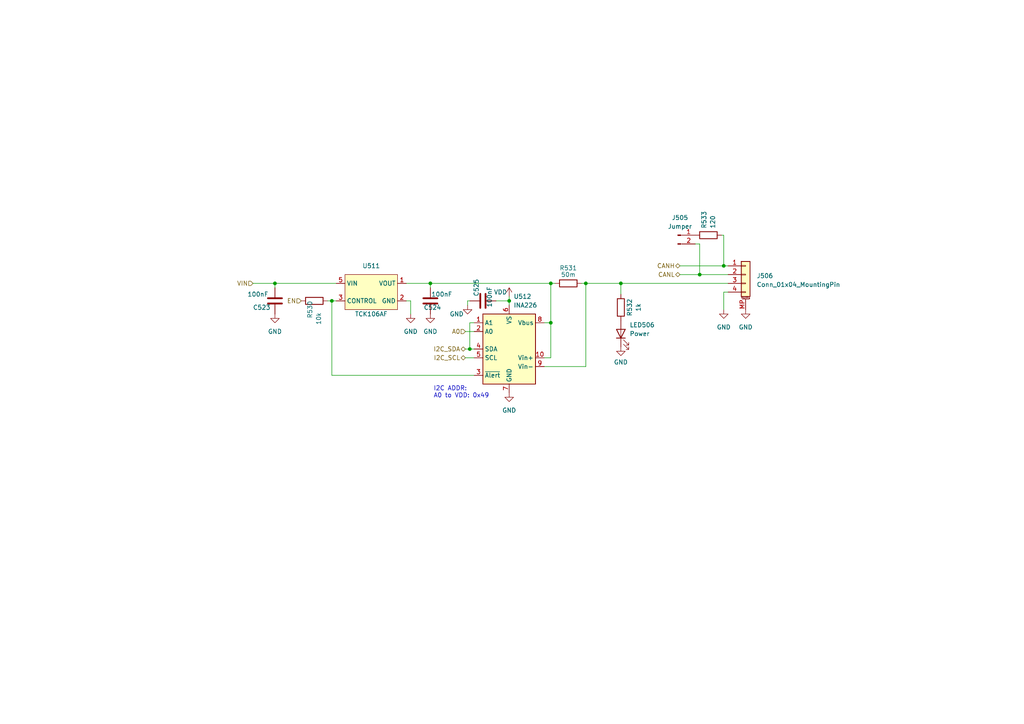
<source format=kicad_sch>
(kicad_sch (version 20231120) (generator "eeschema") (generator_version "8.0")
  (paper "A4")
  (lib_symbols
    (symbol "Connector:Conn_01x02_Pin" (pin_names (offset 1.016) hide)
      (property "Reference" "J" (at 0 2.54 0))
      (property "Value" "Conn_01x02_Pin" (at 0 -5.08 0))
      (symbol "Conn_01x02_Pin_1_1"
        (polyline (pts (xy 1.27 -2.54) (xy 0.8636 -2.54)) (stroke (width 0.1524)))
        (polyline (pts (xy 1.27 0) (xy 0.8636 0)) (stroke (width 0.1524)))
        (rectangle (start 0.8636 -2.413) (end 0 -2.667) (stroke (width 0.1524)) (fill (type outline)))
        (rectangle (start 0.8636 0.127) (end 0 -0.127) (stroke (width 0.1524)) (fill (type outline)))
        (pin passive line (at 5.08 0 180) (length 3.81) (name "Pin_1") (number "1"))
        (pin passive line (at 5.08 -2.54 180) (length 3.81) (name "Pin_2") (number "2"))
      )
    )
    (symbol "Connector_Generic_MountingPin:Conn_01x04_MountingPin" (pin_names (offset 1.016) hide)
      (property "Reference" "J" (at 0 5.08 0))
      (property "Value" "Conn_01x04_MountingPin" (at 1.27 -7.62 0))
      (symbol "Conn_01x04_MountingPin_1_1"
        (rectangle (start -1.27 -4.953) (end 0 -5.207) (stroke (width 0.1524)))
        (rectangle (start -1.27 -2.413) (end 0 -2.667) (stroke (width 0.1524)))
        (rectangle (start -1.27 0.127) (end 0 -0.127) (stroke (width 0.1524)))
        (rectangle (start -1.27 2.667) (end 0 2.413) (stroke (width 0.1524)))
        (rectangle (start -1.27 3.81) (end 1.27 -6.35) (stroke (width 0.254)) (fill (type background)))
        (polyline (pts (xy -1.016 -7.112) (xy 1.016 -7.112)) (stroke (width 0.1524)))
        (text "Mounting" (at 0 -6.731 0) (effects (font (size 0.381 0.381))))
        (pin passive line (at -5.08 2.54 0) (length 3.81) (name "Pin_1") (number "1"))
        (pin passive line (at -5.08 0 0) (length 3.81) (name "Pin_2") (number "2"))
        (pin passive line (at -5.08 -2.54 0) (length 3.81) (name "Pin_3") (number "3"))
        (pin passive line (at -5.08 -5.08 0) (length 3.81) (name "Pin_4") (number "4"))
        (pin passive line (at 0 -10.16 90) (length 3.048) (name "MountPin") (number "MP"))
      )
    )
    (symbol "Device:C" (pin_numbers hide) (pin_names (offset 0.254))
      (property "Reference" "C" (at 0.635 2.54 0))
      (property "Value" "C" (at 0.635 -2.54 0))
      (symbol "C_0_1"
        (polyline (pts (xy -2.032 -0.762) (xy 2.032 -0.762)) (stroke (width 0.508)))
        (polyline (pts (xy -2.032 0.762) (xy 2.032 0.762)) (stroke (width 0.508)))
      )
      (symbol "C_1_1"
        (pin passive line (at 0 3.81 270) (length 2.794) (name "~") (number "1"))
        (pin passive line (at 0 -3.81 90) (length 2.794) (name "~") (number "2"))
      )
    )
    (symbol "Device:LED" (pin_numbers hide) (pin_names (offset 1.016) hide)
      (property "Reference" "D" (at 0 2.54 0))
      (property "Value" "LED" (at 0 -2.54 0))
      (symbol "LED_0_1"
        (polyline (pts (xy -1.27 -1.27) (xy -1.27 1.27)) (stroke (width 0.254)))
        (polyline (pts (xy -1.27 0) (xy 1.27 0)))
        (polyline (pts (xy 1.27 -1.27) (xy 1.27 1.27) (xy -1.27 0) (xy 1.27 -1.27)) (stroke (width 0.254)))
        (polyline (pts (xy -3.048 -0.762) (xy -4.572 -2.286) (xy -3.81 -2.286) (xy -4.572 -2.286) (xy -4.572 -1.524)))
        (polyline (pts (xy -1.778 -0.762) (xy -3.302 -2.286) (xy -2.54 -2.286) (xy -3.302 -2.286) (xy -3.302 -1.524)))
      )
      (symbol "LED_1_1"
        (pin passive line (at -3.81 0 0) (length 2.54) (name "K") (number "1"))
        (pin passive line (at 3.81 0 180) (length 2.54) (name "A") (number "2"))
      )
    )
    (symbol "Device:R" (pin_numbers hide) (pin_names (offset 0))
      (property "Reference" "R" (at 2.032 0 90))
      (property "Value" "R" (at 0 0 90))
      (symbol "R_0_1"
        (rectangle (start -1.016 -2.54) (end 1.016 2.54) (stroke (width 0.254)))
      )
      (symbol "R_1_1"
        (pin passive line (at 0 3.81 270) (length 1.27) (name "~") (number "1"))
        (pin passive line (at 0 -3.81 90) (length 1.27) (name "~") (number "2"))
      )
    )
    (symbol "Sensor_Energy:INA226"
      (property "Reference" "U" (at -6.35 11.43 0))
      (property "Value" "INA226" (at 3.81 11.43 0))
      (symbol "INA226_0_1"
        (rectangle (start 7.62 10.16) (end -7.62 -10.16) (stroke (width 0.254)) (fill (type background)))
      )
      (symbol "INA226_1_1"
        (pin input line (at 10.16 7.62 180) (length 2.54) (name "A1") (number "1"))
        (pin input line (at -10.16 -2.54 0) (length 2.54) (name "Vin+") (number "10"))
        (pin input line (at 10.16 5.08 180) (length 2.54) (name "A0") (number "2"))
        (pin open_collector line (at 10.16 -7.62 180) (length 2.54) (name "~{Alert}") (number "3"))
        (pin bidirectional line (at 10.16 0 180) (length 2.54) (name "SDA") (number "4"))
        (pin input line (at 10.16 -2.54 180) (length 2.54) (name "SCL") (number "5"))
        (pin power_in line (at 0 12.7 270) (length 2.54) (name "VS") (number "6"))
        (pin power_in line (at 0 -12.7 90) (length 2.54) (name "GND") (number "7"))
        (pin input line (at -10.16 7.62 0) (length 2.54) (name "Vbus") (number "8"))
        (pin input line (at -10.16 -5.08 0) (length 2.54) (name "Vin-") (number "9"))
      )
    )
    (symbol "WOBCLibrary:TCK106AF"
      (property "Reference" "U" (at 0 6.35 0))
      (symbol "TCK106AF_1_1"
        (rectangle (start -7.62 5.08) (end 7.62 -5.08) (fill (type background)))
        (pin power_out line (at 10.16 2.54 180) (length 2.54) (name "VOUT") (number "1"))
        (pin power_in line (at 10.16 -2.54 180) (length 2.54) (name "GND") (number "2"))
        (pin input line (at -10.16 -2.54 0) (length 2.54) (name "CONTROL") (number "3"))
        (pin power_in line (at 0 -5.08 180) (length 2.54) hide (name "NC") (number "4"))
        (pin power_in line (at -10.16 2.54 0) (length 2.54) (name "VIN") (number "5"))
      )
    )
    (symbol "power:GND" (power) (pin_names (offset 0))
      (property "Value" "GND" (at 0 -3.81 0))
      (symbol "GND_0_1"
        (polyline (pts (xy 0 0) (xy 0 -1.27) (xy 1.27 -1.27) (xy 0 -2.54) (xy -1.27 -1.27) (xy 0 -1.27)))
      )
      (symbol "GND_1_1"
        (pin power_in line (at 0 0 270) (length 0) hide (name "GND") (number "1"))
      )
    )
    (symbol "power:VDD" (power) (pin_names (offset 0))
      (property "Value" "VDD" (at 0 3.81 0))
      (symbol "VDD_0_1"
        (polyline (pts (xy -0.762 1.27) (xy 0 2.54)))
        (polyline (pts (xy 0 0) (xy 0 2.54)))
        (polyline (pts (xy 0 2.54) (xy 0.762 1.27)))
      )
      (symbol "VDD_1_1"
        (pin power_in line (at 0 0 90) (length 0) hide (name "VDD") (number "1"))
      )
    )
  )
  (junction (at 124.8264 82.1887))
  (junction (at 202.9314 79.6487))
  (junction (at 159.7514 93.6187))
  (junction (at 136.2564 101.2387))
  (junction (at 180.0714 82.1887))
  (junction (at 96.2514 87.2687))
  (junction (at 159.7514 82.1887))
  (junction (at 147.6864 87.2687))
  (junction (at 79.7414 82.1887))
  (junction (at 209.9164 77.1087))
  (junction (at 169.9114 82.1887))
  (wire (pts (xy 159.7514 93.6187) (xy 159.7514 103.7787)))
  (wire (pts (xy 124.8264 82.1887) (xy 124.8264 83.4587)))
  (wire (pts (xy 96.2514 87.2687) (xy 97.5214 87.2687)))
  (wire (pts (xy 94.9814 87.2687) (xy 96.2514 87.2687)))
  (wire (pts (xy 96.2514 108.8587) (xy 96.2514 87.2687)))
  (wire (pts (xy 197.2164 77.1087) (xy 209.9164 77.1087)))
  (wire (pts (xy 202.9314 70.7587) (xy 202.9314 79.6487)))
  (wire (pts (xy 147.6864 85.9987) (xy 147.6864 87.2687)))
  (wire (pts (xy 157.8464 103.7787) (xy 159.7514 103.7787)))
  (wire (pts (xy 119.1114 87.2687) (xy 117.8414 87.2687)))
  (wire (pts (xy 143.8764 87.2687) (xy 147.6864 87.2687)))
  (wire (pts (xy 73.3914 82.1887) (xy 79.7414 82.1887)))
  (wire (pts (xy 180.0714 82.1887) (xy 180.0714 85.3637)))
  (wire (pts (xy 209.9164 84.7287) (xy 209.9164 89.8087)))
  (wire (pts (xy 201.6614 70.7587) (xy 202.9314 70.7587)))
  (wire (pts (xy 117.8414 82.1887) (xy 124.8264 82.1887)))
  (wire (pts (xy 197.2164 79.6487) (xy 202.9314 79.6487)))
  (wire (pts (xy 169.9114 82.1887) (xy 180.0714 82.1887)))
  (wire (pts (xy 211.1864 84.7287) (xy 209.9164 84.7287)))
  (wire (pts (xy 180.0714 82.1887) (xy 211.1864 82.1887)))
  (wire (pts (xy 209.2814 68.2187) (xy 209.9164 68.2187)))
  (wire (pts (xy 134.9864 101.2387) (xy 136.2564 101.2387)))
  (wire (pts (xy 168.6414 82.1887) (xy 169.9114 82.1887)))
  (wire (pts (xy 134.9864 103.7787) (xy 137.5264 103.7787)))
  (wire (pts (xy 159.7514 82.1887) (xy 159.7514 93.6187)))
  (wire (pts (xy 169.9114 82.1887) (xy 169.9114 106.3187)))
  (wire (pts (xy 147.6864 87.2687) (xy 147.6864 88.5387)))
  (wire (pts (xy 137.5264 108.8587) (xy 96.2514 108.8587)))
  (wire (pts (xy 209.9164 68.2187) (xy 209.9164 77.1087)))
  (wire (pts (xy 79.7414 82.1887) (xy 79.7414 83.4587)))
  (wire (pts (xy 134.9864 96.1587) (xy 137.5264 96.1587)))
  (wire (pts (xy 157.8464 93.6187) (xy 159.7514 93.6187)))
  (wire (pts (xy 119.1114 91.0787) (xy 119.1114 87.2687)))
  (wire (pts (xy 124.8264 82.1887) (xy 159.7514 82.1887)))
  (wire (pts (xy 202.9314 79.6487) (xy 211.1864 79.6487)))
  (wire (pts (xy 137.5264 93.6187) (xy 136.2564 93.6187)))
  (wire (pts (xy 159.7514 82.1887) (xy 161.0214 82.1887)))
  (wire (pts (xy 135.6214 87.2687) (xy 135.6214 88.5387)))
  (wire (pts (xy 136.2564 93.6187) (xy 136.2564 101.2387)))
  (wire (pts (xy 157.8464 106.3187) (xy 169.9114 106.3187)))
  (wire (pts (xy 136.2564 101.2387) (xy 137.5264 101.2387)))
  (wire (pts (xy 135.6214 87.2687) (xy 136.2564 87.2687)))
  (wire (pts (xy 209.9164 77.1087) (xy 211.1864 77.1087)))
  (wire (pts (xy 79.7414 82.1887) (xy 97.5214 82.1887)))
  (text "I2C ADDR: \nA0 to VDD: 0x49\n" (at 125.73 115.57 0) (effects (font (size 1.27 1.27)) (justify left bottom)))
  (hierarchical_label "EN" (shape input) (at 87.3614 87.2687 180))
  (hierarchical_label "I2C_SDA" (shape bidirectional) (at 134.9864 101.2387 180))
  (hierarchical_label "VIN" (shape input) (at 73.3914 82.1887 180))
  (hierarchical_label "I2C_SCL" (shape bidirectional) (at 134.9864 103.7787 180))
  (hierarchical_label "CANH" (shape bidirectional) (at 197.2164 77.1087 180))
  (hierarchical_label "CANL" (shape bidirectional) (at 197.2164 79.6487 180))
  (hierarchical_label "A0" (shape input) (at 134.9864 96.1587 180))
  (symbol (lib_id "power:GND") (at 124.8264 91.0787 0) (unit 1)
    (property "Reference" "#PWR0568" (effects (hide yes)))
    (property "Value" "GND" (at 124.8264 96.1587 0))
    (instances (project "MissionBus" (path "" (reference "#PWR0568") (unit 1))) (project "MissionBus" (path "" (reference "#PWR02403") (unit 1))))
  )
  (symbol (lib_id "Device:LED") (at 180.0714 96.7937 90) (unit 1)
    (property "Reference" "LED506" (at 182.6114 94.2537 90) (effects (justify right)))
    (property "Value" "Power" (at 182.6114 96.7937 90) (effects (justify right)))
    (property "Footprint" "LED_SMD:LED_0805_2012Metric" (effects (hide yes)))
    (property "LCSC" "C2297" (effects (hide yes)))
    (instances (project "MissionBus" (path "" (reference "LED506") (unit 1))) (project "MissionBus" (path "" (reference "LED2401") (unit 1))))
  )
  (symbol (lib_id "power:GND") (at 209.9164 89.8087 0) (unit 1)
    (property "Reference" "#PWR0573" (effects (hide yes)))
    (property "Value" "GND" (at 209.9164 94.8887 0))
    (instances (project "MissionBus" (path "" (reference "#PWR0573") (unit 1))) (project "MissionBus" (path "" (reference "#PWR02408") (unit 1))))
  )
  (symbol (lib_id "Device:R") (at 205.4714 68.2187 90) (unit 1)
    (property "Reference" "R533" (at 204.2014 66.3137 0) (effects (justify left)))
    (property "Value" "120" (at 206.7414 66.3137 0) (effects (justify left)))
    (property "Footprint" "Resistor_SMD:R_0402_1005Metric" (effects (hide yes)))
    (property "LCSC" "C25079" (effects (hide yes)))
    (instances (project "MissionBus" (path "" (reference "R533") (unit 1))) (project "MissionBus" (path "" (reference "R2404") (unit 1))))
  )
  (symbol (lib_id "power:GND") (at 180.0714 100.6037 0) (unit 1)
    (property "Reference" "#PWR0572" (effects (hide yes)))
    (property "Value" "GND" (at 180.0714 105.0487 0))
    (instances (project "MissionBus" (path "" (reference "#PWR0572") (unit 1))) (project "MissionBus" (path "" (reference "#PWR02407") (unit 1))))
  )
  (symbol (lib_id "power:GND") (at 119.1114 91.0787 0) (unit 1)
    (property "Reference" "#PWR0567" (effects (hide yes)))
    (property "Value" "GND" (at 119.1114 96.1587 0))
    (instances (project "MissionBus" (path "" (reference "#PWR0567") (unit 1))) (project "MissionBus" (path "" (reference "#PWR02402") (unit 1))))
  )
  (symbol (lib_id "Device:C") (at 140.0664 87.2687 90) (unit 1)
    (property "Reference" "C525" (at 138.1614 85.9987 0) (effects (justify left)))
    (property "Value" "100nF" (at 141.9714 89.1737 0) (effects (justify left)))
    (property "Footprint" "Capacitor_SMD:C_0402_1005Metric" (effects (hide yes)))
    (property "LCSC" "C1525" (effects (hide yes)))
    (instances (project "MissionBus" (path "" (reference "C525") (unit 1))) (project "MissionBus" (path "" (reference "C2403") (unit 1))))
  )
  (symbol (lib_id "Device:R") (at 91.1714 87.2687 90) (unit 1)
    (property "Reference" "R530" (at 89.9014 92.3487 0) (effects (justify left)))
    (property "Value" "10k" (at 92.4414 94.2537 0) (effects (justify left)))
    (property "Footprint" "Resistor_SMD:R_0402_1005Metric" (effects (hide yes)))
    (property "LCSC" "C25744" (effects (hide yes)))
    (instances (project "MissionBus" (path "" (reference "R530") (unit 1))) (project "MissionBus" (path "" (reference "R2401") (unit 1))))
  )
  (symbol (lib_id "Device:C") (at 124.8264 87.2687 180) (unit 1)
    (property "Reference" "C524" (at 128.0014 89.1737 0) (effects (justify left)))
    (property "Value" "100nF" (at 131.1764 85.3637 0) (effects (justify left)))
    (property "Footprint" "Capacitor_SMD:C_0402_1005Metric" (effects (hide yes)))
    (property "LCSC" "C1525" (effects (hide yes)))
    (instances (project "MissionBus" (path "" (reference "C524") (unit 1))) (project "MissionBus" (path "" (reference "C2402") (unit 1))))
  )
  (symbol (lib_id "Sensor_Energy:INA226") (at 147.6864 101.2387 0) (mirror y) (unit 1)
    (property "Reference" "U512" (at 148.9564 85.9987 0) (effects (justify right)))
    (property "Value" "INA226" (at 148.9564 88.5387 0) (effects (justify right)))
    (property "Footprint" "Package_SO:VSSOP-10_3x3mm_P0.5mm" (effects (hide yes)))
    (property "Datasheet" "http://www.ti.com/lit/ds/symlink/ina226.pdf" (effects (hide yes)))
    (property "LCSC" "C49851" (effects (hide yes)))
    (instances (project "MissionBus" (path "" (reference "U512") (unit 1))) (project "MissionBus" (path "" (reference "U2402") (unit 1))))
  )
  (symbol (lib_id "Connector_Generic_MountingPin:Conn_01x04_MountingPin") (at 216.2664 79.6487 0) (unit 1)
    (property "Reference" "J506" (at 219.4414 80.0043 0) (effects (justify left)))
    (property "Value" "Conn_01x04_MountingPin" (at 219.4414 82.5443 0) (effects (justify left)))
    (property "Footprint" "WOBCLibrary:Grove_4P_L_SMD" (effects (hide yes)))
    (instances (project "MissionBus" (path "" (reference "J506") (unit 1))) (project "MissionBus" (path "" (reference "J2402") (unit 1))))
  )
  (symbol (lib_id "power:GND") (at 147.6864 113.9387 0) (unit 1)
    (property "Reference" "#PWR0571" (effects (hide yes)))
    (property "Value" "GND" (at 147.6864 119.0187 0))
    (instances (project "MissionBus" (path "" (reference "#PWR0571") (unit 1))) (project "MissionBus" (path "" (reference "#PWR02406") (unit 1))))
  )
  (symbol (lib_id "power:GND") (at 216.2664 89.8087 0) (unit 1)
    (property "Reference" "#PWR0574" (effects (hide yes)))
    (property "Value" "GND" (at 216.2664 94.8887 0))
    (instances (project "MissionBus" (path "" (reference "#PWR0574") (unit 1))) (project "MissionBus" (path "" (reference "#PWR02409") (unit 1))))
  )
  (symbol (lib_id "Connector:Conn_01x02_Pin") (at 196.5814 68.2187 0) (unit 1)
    (property "Reference" "J505" (at 197.2164 63.1387 0))
    (property "Value" "Jumper" (at 197.2164 65.6787 0))
    (property "Footprint" "Connector_PinHeader_1.27mm:PinHeader_1x02_P1.27mm_Vertical" (effects (hide yes)))
    (instances (project "MissionBus" (path "" (reference "J505") (unit 1))) (project "MissionBus" (path "" (reference "J2401") (unit 1))))
  )
  (symbol (lib_id "WOBCLibrary:TCK106AF") (at 107.6814 84.7287 0) (unit 1)
    (property "Reference" "U511" (at 107.6814 77.1087 0))
    (property "Value" "TCK106AF" (at 107.6814 91.0787 0))
    (property "Footprint" "WOBCLibrary:WCSPD-4(0.8x0.8)" (effects (hide yes)))
    (property "LCSC" "C146305" (effects (hide yes)))
    (instances (project "MissionBus" (path "" (reference "U511") (unit 1))) (project "MissionBus" (path "" (reference "U2401") (unit 1))))
  )
  (symbol (lib_id "Device:C") (at 79.7414 87.2687 180) (unit 1)
    (property "Reference" "C523" (at 78.4714 89.1737 0) (effects (justify left)))
    (property "Value" "100nF" (at 77.8364 85.3637 0) (effects (justify left)))
    (property "Footprint" "Capacitor_SMD:C_0402_1005Metric" (effects (hide yes)))
    (property "LCSC" "C1525" (effects (hide yes)))
    (instances (project "MissionBus" (path "" (reference "C523") (unit 1))) (project "MissionBus" (path "" (reference "C2401") (unit 1))))
  )
  (symbol (lib_id "power:VDD") (at 147.6864 85.9987 0) (unit 1)
    (property "Reference" "#PWR0570" (effects (hide yes)))
    (property "Value" "VDD" (at 145.1464 84.7287 0))
    (instances (project "MissionBus" (path "" (reference "#PWR0570") (unit 1))) (project "MissionBus" (path "" (reference "#PWR02405") (unit 1))))
  )
  (symbol (lib_id "Device:R") (at 164.8314 82.1887 90) (unit 1)
    (property "Reference" "R531" (at 164.8314 77.7437 90))
    (property "Value" "50m" (at 164.8314 79.6487 90))
    (property "Footprint" "Resistor_SMD:R_0805_2012Metric" (effects (hide yes)))
    (property "LCSC" "C247602" (effects (hide yes)))
    (instances (project "MissionBus" (path "" (reference "R531") (unit 1))) (project "MissionBus" (path "" (reference "R2402") (unit 1))))
  )
  (symbol (lib_id "power:GND") (at 135.6214 88.5387 0) (unit 1)
    (property "Reference" "#PWR0569" (effects (hide yes)))
    (property "Value" "GND" (at 132.4464 91.0787 0))
    (instances (project "MissionBus" (path "" (reference "#PWR0569") (unit 1))) (project "MissionBus" (path "" (reference "#PWR02404") (unit 1))))
  )
  (symbol (lib_id "Device:R") (at 180.0714 89.1737 180) (unit 1)
    (property "Reference" "R532" (at 182.6114 89.1737 90))
    (property "Value" "1k" (at 185.1514 89.1737 90))
    (property "Footprint" "Resistor_SMD:R_0402_1005Metric" (effects (hide yes)))
    (property "LCSC" "C11702" (effects (hide yes)))
    (instances (project "MissionBus" (path "" (reference "R532") (unit 1))) (project "MissionBus" (path "" (reference "R2403") (unit 1))))
  )
  (symbol (lib_id "power:GND") (at 79.7414 91.0787 0) (unit 1)
    (property "Reference" "#PWR0566" (effects (hide yes)))
    (property "Value" "GND" (at 79.7414 96.1587 0))
    (instances (project "MissionBus" (path "" (reference "#PWR0566") (unit 1))) (project "MissionBus" (path "" (reference "#PWR02401") (unit 1))))
  )
)
</source>
